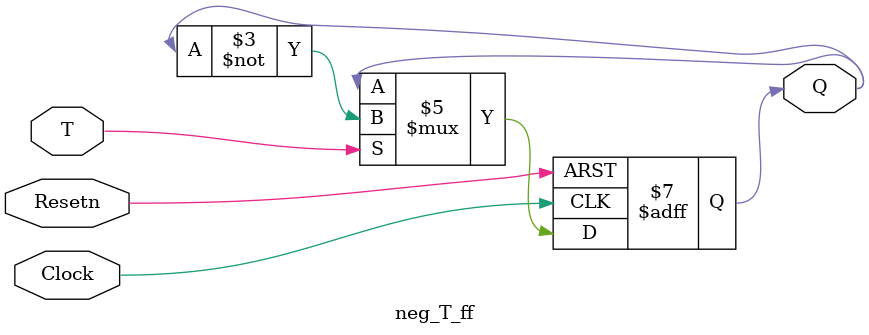
<source format=v>
module neg_T_ff (T, Clock, Resetn, Q);
    input T, Clock, Resetn;
    output Q;
    reg Q;

    initial Q = 1'b0;

    always @(negedge Clock or negedge Resetn)
        if (!Resetn)
            Q <= 1'b0;
        else if (T)
            Q <= ~Q;
endmodule

</source>
